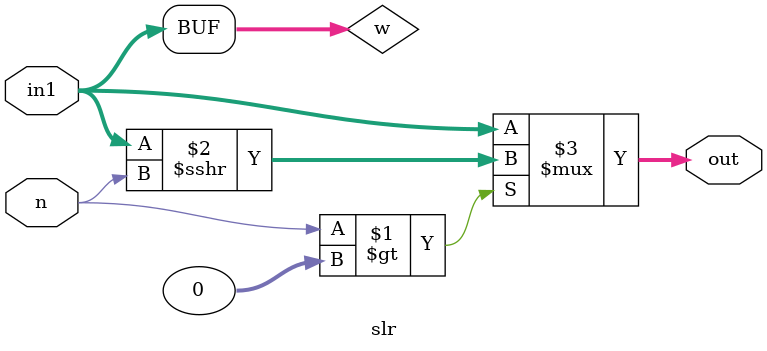
<source format=v>
module slr(
  input [31:0] in1,
  input n,
  output [31:0] out
);
  wire [31:0] w;

  assign w = in1;

  assign out[31:0] = (n > 0) ? (w >>> n) : w;
endmodule

</source>
